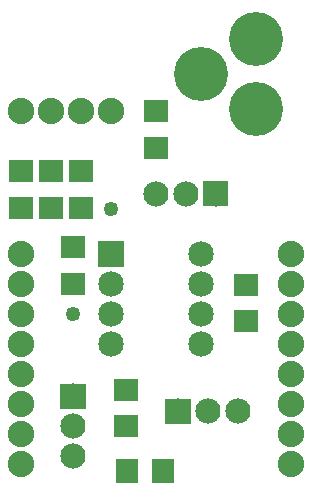
<source format=gts>
G04 MADE WITH FRITZING*
G04 WWW.FRITZING.ORG*
G04 DOUBLE SIDED*
G04 HOLES PLATED*
G04 CONTOUR ON CENTER OF CONTOUR VECTOR*
%ASAXBY*%
%FSLAX23Y23*%
%MOIN*%
%OFA0B0*%
%SFA1.0B1.0*%
%ADD10C,0.084000*%
%ADD11C,0.049370*%
%ADD12C,0.085000*%
%ADD13C,0.088000*%
%ADD14C,0.180000*%
%ADD15R,0.072992X0.084803*%
%ADD16R,0.084803X0.072992*%
%ADD17R,0.085000X0.085000*%
%ADD18R,0.001000X0.001000*%
%LNMASK1*%
G90*
G70*
G54D10*
X604Y269D03*
X704Y269D03*
X804Y269D03*
X604Y269D03*
X704Y269D03*
X804Y269D03*
G54D11*
X379Y944D03*
X254Y594D03*
G54D12*
X379Y794D03*
X679Y794D03*
X379Y694D03*
X679Y694D03*
X379Y594D03*
X679Y594D03*
X379Y494D03*
X679Y494D03*
G54D10*
X729Y994D03*
X629Y994D03*
X529Y994D03*
X729Y994D03*
X629Y994D03*
X529Y994D03*
X254Y319D03*
X254Y219D03*
X254Y119D03*
X254Y319D03*
X254Y219D03*
X254Y119D03*
G54D13*
X79Y1269D03*
X179Y1269D03*
X279Y1269D03*
X379Y1269D03*
X79Y94D03*
X79Y194D03*
X79Y294D03*
X79Y394D03*
X79Y494D03*
X79Y594D03*
X79Y694D03*
X79Y794D03*
X979Y794D03*
X979Y694D03*
X979Y594D03*
X979Y494D03*
X979Y394D03*
X979Y294D03*
X979Y194D03*
X979Y94D03*
G54D14*
X864Y1276D03*
X864Y1512D03*
X679Y1394D03*
X864Y1276D03*
X864Y1512D03*
X679Y1394D03*
G54D15*
X554Y69D03*
X432Y69D03*
G54D16*
X829Y569D03*
X829Y691D03*
X279Y947D03*
X279Y1069D03*
X254Y694D03*
X254Y816D03*
X179Y1069D03*
X179Y947D03*
X79Y1069D03*
X79Y947D03*
G54D17*
X379Y794D03*
G54D16*
X529Y1269D03*
X529Y1147D03*
X429Y219D03*
X429Y341D03*
G54D18*
X687Y1036D02*
X770Y1036D01*
X687Y1035D02*
X770Y1035D01*
X687Y1034D02*
X770Y1034D01*
X687Y1033D02*
X770Y1033D01*
X687Y1032D02*
X770Y1032D01*
X687Y1031D02*
X770Y1031D01*
X687Y1030D02*
X770Y1030D01*
X687Y1029D02*
X770Y1029D01*
X687Y1028D02*
X770Y1028D01*
X687Y1027D02*
X770Y1027D01*
X687Y1026D02*
X770Y1026D01*
X687Y1025D02*
X770Y1025D01*
X687Y1024D02*
X770Y1024D01*
X687Y1023D02*
X770Y1023D01*
X687Y1022D02*
X770Y1022D01*
X687Y1021D02*
X770Y1021D01*
X687Y1020D02*
X770Y1020D01*
X687Y1019D02*
X770Y1019D01*
X687Y1018D02*
X770Y1018D01*
X687Y1017D02*
X770Y1017D01*
X687Y1016D02*
X770Y1016D01*
X687Y1015D02*
X770Y1015D01*
X687Y1014D02*
X770Y1014D01*
X687Y1013D02*
X770Y1013D01*
X687Y1012D02*
X770Y1012D01*
X687Y1011D02*
X770Y1011D01*
X687Y1010D02*
X770Y1010D01*
X687Y1009D02*
X770Y1009D01*
X687Y1008D02*
X723Y1008D01*
X734Y1008D02*
X770Y1008D01*
X687Y1007D02*
X721Y1007D01*
X736Y1007D02*
X770Y1007D01*
X687Y1006D02*
X719Y1006D01*
X738Y1006D02*
X770Y1006D01*
X687Y1005D02*
X718Y1005D01*
X739Y1005D02*
X770Y1005D01*
X687Y1004D02*
X717Y1004D01*
X740Y1004D02*
X770Y1004D01*
X687Y1003D02*
X716Y1003D01*
X741Y1003D02*
X770Y1003D01*
X687Y1002D02*
X715Y1002D01*
X741Y1002D02*
X770Y1002D01*
X687Y1001D02*
X715Y1001D01*
X742Y1001D02*
X770Y1001D01*
X687Y1000D02*
X714Y1000D01*
X742Y1000D02*
X770Y1000D01*
X687Y999D02*
X714Y999D01*
X743Y999D02*
X770Y999D01*
X687Y998D02*
X714Y998D01*
X743Y998D02*
X770Y998D01*
X687Y997D02*
X713Y997D01*
X743Y997D02*
X770Y997D01*
X687Y996D02*
X713Y996D01*
X743Y996D02*
X770Y996D01*
X687Y995D02*
X713Y995D01*
X743Y995D02*
X770Y995D01*
X687Y994D02*
X713Y994D01*
X743Y994D02*
X770Y994D01*
X687Y993D02*
X713Y993D01*
X743Y993D02*
X770Y993D01*
X687Y992D02*
X713Y992D01*
X743Y992D02*
X770Y992D01*
X687Y991D02*
X713Y991D01*
X743Y991D02*
X770Y991D01*
X687Y990D02*
X714Y990D01*
X743Y990D02*
X770Y990D01*
X687Y989D02*
X714Y989D01*
X743Y989D02*
X770Y989D01*
X687Y988D02*
X714Y988D01*
X742Y988D02*
X770Y988D01*
X687Y987D02*
X715Y987D01*
X742Y987D02*
X770Y987D01*
X687Y986D02*
X716Y986D01*
X741Y986D02*
X770Y986D01*
X687Y985D02*
X716Y985D01*
X740Y985D02*
X770Y985D01*
X687Y984D02*
X717Y984D01*
X739Y984D02*
X770Y984D01*
X687Y983D02*
X718Y983D01*
X738Y983D02*
X770Y983D01*
X687Y982D02*
X720Y982D01*
X737Y982D02*
X770Y982D01*
X687Y981D02*
X721Y981D01*
X735Y981D02*
X770Y981D01*
X687Y980D02*
X724Y980D01*
X733Y980D02*
X770Y980D01*
X687Y979D02*
X770Y979D01*
X687Y978D02*
X770Y978D01*
X687Y977D02*
X770Y977D01*
X687Y976D02*
X770Y976D01*
X687Y975D02*
X770Y975D01*
X687Y974D02*
X770Y974D01*
X687Y973D02*
X770Y973D01*
X687Y972D02*
X770Y972D01*
X687Y971D02*
X770Y971D01*
X687Y970D02*
X770Y970D01*
X687Y969D02*
X770Y969D01*
X687Y968D02*
X770Y968D01*
X687Y967D02*
X770Y967D01*
X687Y966D02*
X770Y966D01*
X687Y965D02*
X770Y965D01*
X687Y964D02*
X770Y964D01*
X687Y963D02*
X770Y963D01*
X687Y962D02*
X770Y962D01*
X687Y961D02*
X770Y961D01*
X687Y960D02*
X770Y960D01*
X687Y959D02*
X770Y959D01*
X687Y958D02*
X770Y958D01*
X687Y957D02*
X770Y957D01*
X687Y956D02*
X770Y956D01*
X687Y955D02*
X770Y955D01*
X687Y954D02*
X770Y954D01*
X687Y953D02*
X770Y953D01*
X212Y361D02*
X295Y361D01*
X212Y360D02*
X295Y360D01*
X212Y359D02*
X295Y359D01*
X212Y358D02*
X295Y358D01*
X212Y357D02*
X295Y357D01*
X212Y356D02*
X295Y356D01*
X212Y355D02*
X295Y355D01*
X212Y354D02*
X295Y354D01*
X212Y353D02*
X295Y353D01*
X212Y352D02*
X295Y352D01*
X212Y351D02*
X295Y351D01*
X212Y350D02*
X295Y350D01*
X212Y349D02*
X295Y349D01*
X212Y348D02*
X295Y348D01*
X212Y347D02*
X295Y347D01*
X212Y346D02*
X295Y346D01*
X212Y345D02*
X295Y345D01*
X212Y344D02*
X295Y344D01*
X212Y343D02*
X295Y343D01*
X212Y342D02*
X295Y342D01*
X212Y341D02*
X295Y341D01*
X212Y340D02*
X295Y340D01*
X212Y339D02*
X295Y339D01*
X212Y338D02*
X295Y338D01*
X212Y337D02*
X295Y337D01*
X212Y336D02*
X295Y336D01*
X212Y335D02*
X295Y335D01*
X212Y334D02*
X295Y334D01*
X212Y333D02*
X248Y333D01*
X260Y333D02*
X295Y333D01*
X212Y332D02*
X246Y332D01*
X262Y332D02*
X295Y332D01*
X212Y331D02*
X244Y331D01*
X263Y331D02*
X295Y331D01*
X212Y330D02*
X243Y330D01*
X264Y330D02*
X295Y330D01*
X212Y329D02*
X242Y329D01*
X265Y329D02*
X295Y329D01*
X212Y328D02*
X241Y328D01*
X266Y328D02*
X295Y328D01*
X212Y327D02*
X241Y327D01*
X267Y327D02*
X295Y327D01*
X212Y326D02*
X240Y326D01*
X267Y326D02*
X295Y326D01*
X212Y325D02*
X239Y325D01*
X268Y325D02*
X295Y325D01*
X212Y324D02*
X239Y324D01*
X268Y324D02*
X295Y324D01*
X212Y323D02*
X239Y323D01*
X268Y323D02*
X295Y323D01*
X212Y322D02*
X239Y322D01*
X269Y322D02*
X295Y322D01*
X212Y321D02*
X239Y321D01*
X269Y321D02*
X295Y321D01*
X212Y320D02*
X238Y320D01*
X269Y320D02*
X295Y320D01*
X212Y319D02*
X238Y319D01*
X269Y319D02*
X295Y319D01*
X212Y318D02*
X239Y318D01*
X269Y318D02*
X295Y318D01*
X212Y317D02*
X239Y317D01*
X269Y317D02*
X295Y317D01*
X212Y316D02*
X239Y316D01*
X268Y316D02*
X295Y316D01*
X212Y315D02*
X239Y315D01*
X268Y315D02*
X295Y315D01*
X212Y314D02*
X239Y314D01*
X268Y314D02*
X295Y314D01*
X212Y313D02*
X240Y313D01*
X267Y313D02*
X295Y313D01*
X212Y312D02*
X240Y312D01*
X267Y312D02*
X295Y312D01*
X212Y311D02*
X241Y311D01*
X266Y311D02*
X295Y311D01*
X562Y311D02*
X645Y311D01*
X212Y310D02*
X242Y310D01*
X265Y310D02*
X295Y310D01*
X562Y310D02*
X645Y310D01*
X212Y309D02*
X243Y309D01*
X264Y309D02*
X295Y309D01*
X562Y309D02*
X645Y309D01*
X212Y308D02*
X244Y308D01*
X263Y308D02*
X295Y308D01*
X562Y308D02*
X645Y308D01*
X212Y307D02*
X245Y307D01*
X262Y307D02*
X295Y307D01*
X562Y307D02*
X645Y307D01*
X212Y306D02*
X247Y306D01*
X260Y306D02*
X295Y306D01*
X562Y306D02*
X645Y306D01*
X212Y305D02*
X250Y305D01*
X257Y305D02*
X295Y305D01*
X562Y305D02*
X645Y305D01*
X212Y304D02*
X295Y304D01*
X562Y304D02*
X645Y304D01*
X212Y303D02*
X295Y303D01*
X562Y303D02*
X645Y303D01*
X212Y302D02*
X295Y302D01*
X562Y302D02*
X645Y302D01*
X212Y301D02*
X295Y301D01*
X562Y301D02*
X645Y301D01*
X212Y300D02*
X295Y300D01*
X562Y300D02*
X645Y300D01*
X212Y299D02*
X295Y299D01*
X562Y299D02*
X645Y299D01*
X212Y298D02*
X295Y298D01*
X562Y298D02*
X645Y298D01*
X212Y297D02*
X295Y297D01*
X562Y297D02*
X645Y297D01*
X212Y296D02*
X295Y296D01*
X562Y296D02*
X645Y296D01*
X212Y295D02*
X295Y295D01*
X562Y295D02*
X645Y295D01*
X212Y294D02*
X295Y294D01*
X562Y294D02*
X645Y294D01*
X212Y293D02*
X295Y293D01*
X562Y293D02*
X645Y293D01*
X212Y292D02*
X295Y292D01*
X562Y292D02*
X645Y292D01*
X212Y291D02*
X295Y291D01*
X562Y291D02*
X645Y291D01*
X212Y290D02*
X295Y290D01*
X562Y290D02*
X645Y290D01*
X212Y289D02*
X295Y289D01*
X562Y289D02*
X645Y289D01*
X212Y288D02*
X295Y288D01*
X562Y288D02*
X645Y288D01*
X212Y287D02*
X295Y287D01*
X562Y287D02*
X645Y287D01*
X212Y286D02*
X295Y286D01*
X562Y286D02*
X645Y286D01*
X212Y285D02*
X295Y285D01*
X562Y285D02*
X645Y285D01*
X212Y284D02*
X295Y284D01*
X562Y284D02*
X599Y284D01*
X607Y284D02*
X645Y284D01*
X212Y283D02*
X295Y283D01*
X562Y283D02*
X597Y283D01*
X610Y283D02*
X645Y283D01*
X212Y282D02*
X295Y282D01*
X562Y282D02*
X595Y282D01*
X612Y282D02*
X645Y282D01*
X212Y281D02*
X295Y281D01*
X562Y281D02*
X593Y281D01*
X613Y281D02*
X645Y281D01*
X212Y280D02*
X295Y280D01*
X562Y280D02*
X592Y280D01*
X614Y280D02*
X645Y280D01*
X212Y279D02*
X295Y279D01*
X562Y279D02*
X591Y279D01*
X615Y279D02*
X645Y279D01*
X212Y278D02*
X295Y278D01*
X562Y278D02*
X591Y278D01*
X616Y278D02*
X645Y278D01*
X562Y277D02*
X590Y277D01*
X617Y277D02*
X645Y277D01*
X562Y276D02*
X589Y276D01*
X617Y276D02*
X645Y276D01*
X562Y275D02*
X589Y275D01*
X618Y275D02*
X645Y275D01*
X562Y274D02*
X589Y274D01*
X618Y274D02*
X645Y274D01*
X562Y273D02*
X588Y273D01*
X618Y273D02*
X645Y273D01*
X562Y272D02*
X588Y272D01*
X619Y272D02*
X645Y272D01*
X562Y271D02*
X588Y271D01*
X619Y271D02*
X645Y271D01*
X562Y270D02*
X588Y270D01*
X619Y270D02*
X645Y270D01*
X562Y269D02*
X588Y269D01*
X619Y269D02*
X645Y269D01*
X562Y268D02*
X588Y268D01*
X619Y268D02*
X645Y268D01*
X562Y267D02*
X588Y267D01*
X619Y267D02*
X645Y267D01*
X562Y266D02*
X588Y266D01*
X619Y266D02*
X645Y266D01*
X562Y265D02*
X589Y265D01*
X618Y265D02*
X645Y265D01*
X562Y264D02*
X589Y264D01*
X618Y264D02*
X645Y264D01*
X562Y263D02*
X589Y263D01*
X618Y263D02*
X645Y263D01*
X562Y262D02*
X590Y262D01*
X617Y262D02*
X645Y262D01*
X562Y261D02*
X590Y261D01*
X616Y261D02*
X645Y261D01*
X562Y260D02*
X591Y260D01*
X616Y260D02*
X645Y260D01*
X562Y259D02*
X592Y259D01*
X615Y259D02*
X645Y259D01*
X562Y258D02*
X593Y258D01*
X614Y258D02*
X645Y258D01*
X562Y257D02*
X594Y257D01*
X612Y257D02*
X645Y257D01*
X562Y256D02*
X596Y256D01*
X611Y256D02*
X645Y256D01*
X562Y255D02*
X599Y255D01*
X608Y255D02*
X645Y255D01*
X562Y254D02*
X645Y254D01*
X562Y253D02*
X645Y253D01*
X562Y252D02*
X645Y252D01*
X562Y251D02*
X645Y251D01*
X562Y250D02*
X645Y250D01*
X562Y249D02*
X645Y249D01*
X562Y248D02*
X645Y248D01*
X562Y247D02*
X645Y247D01*
X562Y246D02*
X645Y246D01*
X562Y245D02*
X645Y245D01*
X562Y244D02*
X645Y244D01*
X562Y243D02*
X645Y243D01*
X562Y242D02*
X645Y242D01*
X562Y241D02*
X645Y241D01*
X562Y240D02*
X645Y240D01*
X562Y239D02*
X645Y239D01*
X562Y238D02*
X645Y238D01*
X562Y237D02*
X645Y237D01*
X562Y236D02*
X645Y236D01*
X562Y235D02*
X645Y235D01*
X562Y234D02*
X645Y234D01*
X562Y233D02*
X645Y233D01*
X562Y232D02*
X645Y232D01*
X562Y231D02*
X645Y231D01*
X562Y230D02*
X645Y230D01*
X562Y229D02*
X645Y229D01*
X562Y228D02*
X645Y228D01*
D02*
G04 End of Mask1*
M02*
</source>
